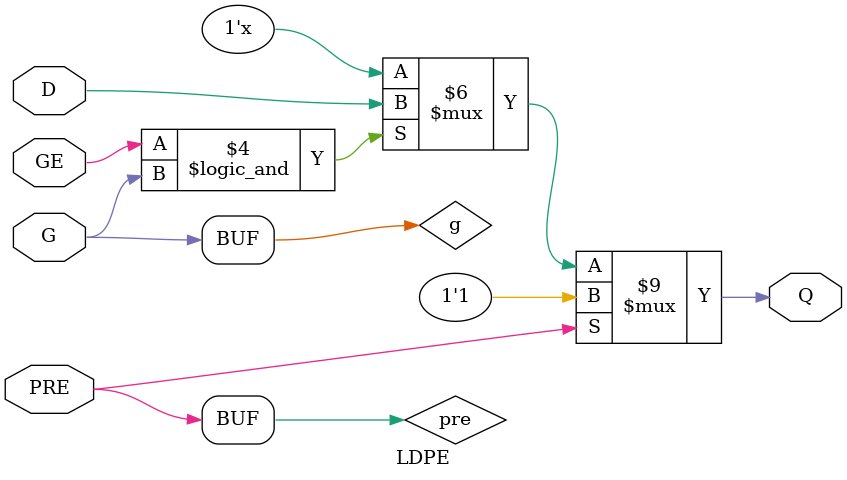
<source format=v>
module LDPE (
  output reg Q,
  input D,
  (* invertible_pin = "IS_G_INVERTED" *)
  input G,
  input GE,
  (* invertible_pin = "IS_PRE_INVERTED" *)
  input PRE
);
  parameter [0:0] INIT = 1'b1;
  parameter [0:0] IS_G_INVERTED = 1'b0;
  parameter [0:0] IS_PRE_INVERTED = 1'b0;
  parameter MSGON = "TRUE";
  parameter XON = "TRUE";
  initial Q = INIT;
  wire g = G ^ IS_G_INVERTED;
  wire pre = PRE ^ IS_PRE_INVERTED;
  always @*
    if (pre) Q <= 1'b1;
    else if (GE && g) Q <= D;
endmodule
</source>
